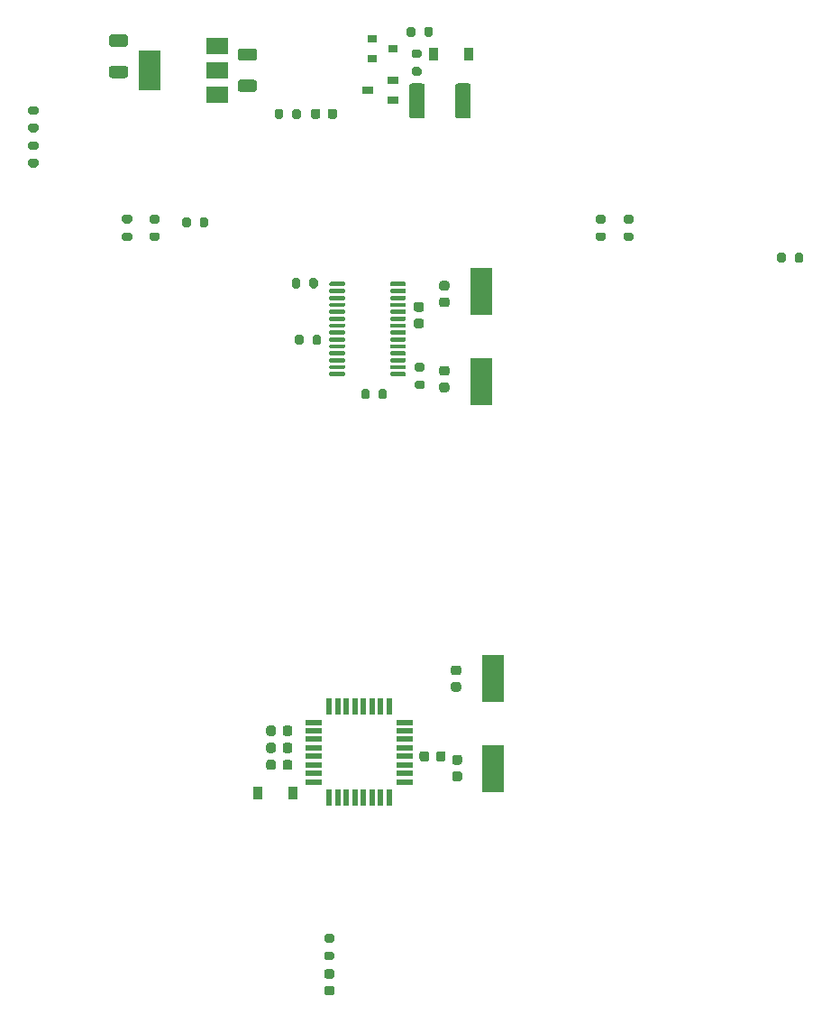
<source format=gtp>
%TF.GenerationSoftware,KiCad,Pcbnew,5.1.10*%
%TF.CreationDate,2021-11-27T19:11:29+01:00*%
%TF.ProjectId,main_pcb,6d61696e-5f70-4636-922e-6b696361645f,rev?*%
%TF.SameCoordinates,PX8f0d180PY5f5e100*%
%TF.FileFunction,Paste,Top*%
%TF.FilePolarity,Positive*%
%FSLAX46Y46*%
G04 Gerber Fmt 4.6, Leading zero omitted, Abs format (unit mm)*
G04 Created by KiCad (PCBNEW 5.1.10) date 2021-11-27 19:11:29*
%MOMM*%
%LPD*%
G01*
G04 APERTURE LIST*
%ADD10R,0.900000X1.200000*%
%ADD11R,1.000000X0.700000*%
%ADD12R,2.000000X4.500000*%
%ADD13R,2.000000X1.500000*%
%ADD14R,2.000000X3.800000*%
%ADD15R,0.550000X1.600000*%
%ADD16R,1.600000X0.550000*%
%ADD17R,0.900000X0.800000*%
G04 APERTURE END LIST*
D10*
%TO.C,D4*%
X-6050000Y-26500000D03*
X-9350000Y-26500000D03*
%TD*%
D11*
%TO.C,Q2*%
X1000000Y39400000D03*
X3400000Y40350000D03*
X3400000Y38450000D03*
%TD*%
%TO.C,R4*%
G36*
G01*
X-21325000Y26925000D02*
X-21875000Y26925000D01*
G75*
G02*
X-22075000Y27125000I0J200000D01*
G01*
X-22075000Y27525000D01*
G75*
G02*
X-21875000Y27725000I200000J0D01*
G01*
X-21325000Y27725000D01*
G75*
G02*
X-21125000Y27525000I0J-200000D01*
G01*
X-21125000Y27125000D01*
G75*
G02*
X-21325000Y26925000I-200000J0D01*
G01*
G37*
G36*
G01*
X-21325000Y25275000D02*
X-21875000Y25275000D01*
G75*
G02*
X-22075000Y25475000I0J200000D01*
G01*
X-22075000Y25875000D01*
G75*
G02*
X-21875000Y26075000I200000J0D01*
G01*
X-21325000Y26075000D01*
G75*
G02*
X-21125000Y25875000I0J-200000D01*
G01*
X-21125000Y25475000D01*
G75*
G02*
X-21325000Y25275000I-200000J0D01*
G01*
G37*
%TD*%
%TO.C,R3*%
G36*
G01*
X-18725000Y26925000D02*
X-19275000Y26925000D01*
G75*
G02*
X-19475000Y27125000I0J200000D01*
G01*
X-19475000Y27525000D01*
G75*
G02*
X-19275000Y27725000I200000J0D01*
G01*
X-18725000Y27725000D01*
G75*
G02*
X-18525000Y27525000I0J-200000D01*
G01*
X-18525000Y27125000D01*
G75*
G02*
X-18725000Y26925000I-200000J0D01*
G01*
G37*
G36*
G01*
X-18725000Y25275000D02*
X-19275000Y25275000D01*
G75*
G02*
X-19475000Y25475000I0J200000D01*
G01*
X-19475000Y25875000D01*
G75*
G02*
X-19275000Y26075000I200000J0D01*
G01*
X-18725000Y26075000D01*
G75*
G02*
X-18525000Y25875000I0J-200000D01*
G01*
X-18525000Y25475000D01*
G75*
G02*
X-18725000Y25275000I-200000J0D01*
G01*
G37*
%TD*%
%TO.C,C15*%
G36*
G01*
X-21749999Y43500000D02*
X-23050001Y43500000D01*
G75*
G02*
X-23300000Y43749999I0J249999D01*
G01*
X-23300000Y44400001D01*
G75*
G02*
X-23050001Y44650000I249999J0D01*
G01*
X-21749999Y44650000D01*
G75*
G02*
X-21500000Y44400001I0J-249999D01*
G01*
X-21500000Y43749999D01*
G75*
G02*
X-21749999Y43500000I-249999J0D01*
G01*
G37*
G36*
G01*
X-21749999Y40550000D02*
X-23050001Y40550000D01*
G75*
G02*
X-23300000Y40799999I0J249999D01*
G01*
X-23300000Y41450001D01*
G75*
G02*
X-23050001Y41700000I249999J0D01*
G01*
X-21749999Y41700000D01*
G75*
G02*
X-21500000Y41450001I0J-249999D01*
G01*
X-21500000Y40799999D01*
G75*
G02*
X-21749999Y40550000I-249999J0D01*
G01*
G37*
%TD*%
%TO.C,C14*%
G36*
G01*
X-10950001Y40400000D02*
X-9649999Y40400000D01*
G75*
G02*
X-9400000Y40150001I0J-249999D01*
G01*
X-9400000Y39499999D01*
G75*
G02*
X-9649999Y39250000I-249999J0D01*
G01*
X-10950001Y39250000D01*
G75*
G02*
X-11200000Y39499999I0J249999D01*
G01*
X-11200000Y40150001D01*
G75*
G02*
X-10950001Y40400000I249999J0D01*
G01*
G37*
G36*
G01*
X-10950001Y43350000D02*
X-9649999Y43350000D01*
G75*
G02*
X-9400000Y43100001I0J-249999D01*
G01*
X-9400000Y42449999D01*
G75*
G02*
X-9649999Y42200000I-249999J0D01*
G01*
X-10950001Y42200000D01*
G75*
G02*
X-11200000Y42449999I0J249999D01*
G01*
X-11200000Y43100001D01*
G75*
G02*
X-10950001Y43350000I249999J0D01*
G01*
G37*
%TD*%
D12*
%TO.C,Y2*%
X12800000Y-15750000D03*
X12800000Y-24250000D03*
%TD*%
%TO.C,Y1*%
X11700000Y20550000D03*
X11700000Y12050000D03*
%TD*%
D13*
%TO.C,U4*%
X-13150000Y39000000D03*
X-13150000Y43600000D03*
X-13150000Y41300000D03*
D14*
X-19450000Y41300000D03*
%TD*%
D15*
%TO.C,U3*%
X3000000Y-26950000D03*
X2200000Y-26950000D03*
X1400000Y-26950000D03*
X600000Y-26950000D03*
X-200000Y-26950000D03*
X-1000000Y-26950000D03*
X-1800000Y-26950000D03*
X-2600000Y-26950000D03*
D16*
X-4050000Y-25500000D03*
X-4050000Y-24700000D03*
X-4050000Y-23900000D03*
X-4050000Y-23100000D03*
X-4050000Y-22300000D03*
X-4050000Y-21500000D03*
X-4050000Y-20700000D03*
X-4050000Y-19900000D03*
D15*
X-2600000Y-18450000D03*
X-1800000Y-18450000D03*
X-1000000Y-18450000D03*
X-200000Y-18450000D03*
X600000Y-18450000D03*
X1400000Y-18450000D03*
X2200000Y-18450000D03*
X3000000Y-18450000D03*
D16*
X4450000Y-19900000D03*
X4450000Y-20700000D03*
X4450000Y-21500000D03*
X4450000Y-22300000D03*
X4450000Y-23100000D03*
X4450000Y-23900000D03*
X4450000Y-24700000D03*
X4450000Y-25500000D03*
%TD*%
%TO.C,U1*%
G36*
G01*
X-1125000Y12875000D02*
X-1125000Y12675000D01*
G75*
G02*
X-1225000Y12575000I-100000J0D01*
G01*
X-2500000Y12575000D01*
G75*
G02*
X-2600000Y12675000I0J100000D01*
G01*
X-2600000Y12875000D01*
G75*
G02*
X-2500000Y12975000I100000J0D01*
G01*
X-1225000Y12975000D01*
G75*
G02*
X-1125000Y12875000I0J-100000D01*
G01*
G37*
G36*
G01*
X-1125000Y13525000D02*
X-1125000Y13325000D01*
G75*
G02*
X-1225000Y13225000I-100000J0D01*
G01*
X-2500000Y13225000D01*
G75*
G02*
X-2600000Y13325000I0J100000D01*
G01*
X-2600000Y13525000D01*
G75*
G02*
X-2500000Y13625000I100000J0D01*
G01*
X-1225000Y13625000D01*
G75*
G02*
X-1125000Y13525000I0J-100000D01*
G01*
G37*
G36*
G01*
X-1125000Y14175000D02*
X-1125000Y13975000D01*
G75*
G02*
X-1225000Y13875000I-100000J0D01*
G01*
X-2500000Y13875000D01*
G75*
G02*
X-2600000Y13975000I0J100000D01*
G01*
X-2600000Y14175000D01*
G75*
G02*
X-2500000Y14275000I100000J0D01*
G01*
X-1225000Y14275000D01*
G75*
G02*
X-1125000Y14175000I0J-100000D01*
G01*
G37*
G36*
G01*
X-1125000Y14825000D02*
X-1125000Y14625000D01*
G75*
G02*
X-1225000Y14525000I-100000J0D01*
G01*
X-2500000Y14525000D01*
G75*
G02*
X-2600000Y14625000I0J100000D01*
G01*
X-2600000Y14825000D01*
G75*
G02*
X-2500000Y14925000I100000J0D01*
G01*
X-1225000Y14925000D01*
G75*
G02*
X-1125000Y14825000I0J-100000D01*
G01*
G37*
G36*
G01*
X-1125000Y15475000D02*
X-1125000Y15275000D01*
G75*
G02*
X-1225000Y15175000I-100000J0D01*
G01*
X-2500000Y15175000D01*
G75*
G02*
X-2600000Y15275000I0J100000D01*
G01*
X-2600000Y15475000D01*
G75*
G02*
X-2500000Y15575000I100000J0D01*
G01*
X-1225000Y15575000D01*
G75*
G02*
X-1125000Y15475000I0J-100000D01*
G01*
G37*
G36*
G01*
X-1125000Y16125000D02*
X-1125000Y15925000D01*
G75*
G02*
X-1225000Y15825000I-100000J0D01*
G01*
X-2500000Y15825000D01*
G75*
G02*
X-2600000Y15925000I0J100000D01*
G01*
X-2600000Y16125000D01*
G75*
G02*
X-2500000Y16225000I100000J0D01*
G01*
X-1225000Y16225000D01*
G75*
G02*
X-1125000Y16125000I0J-100000D01*
G01*
G37*
G36*
G01*
X-1125000Y16775000D02*
X-1125000Y16575000D01*
G75*
G02*
X-1225000Y16475000I-100000J0D01*
G01*
X-2500000Y16475000D01*
G75*
G02*
X-2600000Y16575000I0J100000D01*
G01*
X-2600000Y16775000D01*
G75*
G02*
X-2500000Y16875000I100000J0D01*
G01*
X-1225000Y16875000D01*
G75*
G02*
X-1125000Y16775000I0J-100000D01*
G01*
G37*
G36*
G01*
X-1125000Y17425000D02*
X-1125000Y17225000D01*
G75*
G02*
X-1225000Y17125000I-100000J0D01*
G01*
X-2500000Y17125000D01*
G75*
G02*
X-2600000Y17225000I0J100000D01*
G01*
X-2600000Y17425000D01*
G75*
G02*
X-2500000Y17525000I100000J0D01*
G01*
X-1225000Y17525000D01*
G75*
G02*
X-1125000Y17425000I0J-100000D01*
G01*
G37*
G36*
G01*
X-1125000Y18075000D02*
X-1125000Y17875000D01*
G75*
G02*
X-1225000Y17775000I-100000J0D01*
G01*
X-2500000Y17775000D01*
G75*
G02*
X-2600000Y17875000I0J100000D01*
G01*
X-2600000Y18075000D01*
G75*
G02*
X-2500000Y18175000I100000J0D01*
G01*
X-1225000Y18175000D01*
G75*
G02*
X-1125000Y18075000I0J-100000D01*
G01*
G37*
G36*
G01*
X-1125000Y18725000D02*
X-1125000Y18525000D01*
G75*
G02*
X-1225000Y18425000I-100000J0D01*
G01*
X-2500000Y18425000D01*
G75*
G02*
X-2600000Y18525000I0J100000D01*
G01*
X-2600000Y18725000D01*
G75*
G02*
X-2500000Y18825000I100000J0D01*
G01*
X-1225000Y18825000D01*
G75*
G02*
X-1125000Y18725000I0J-100000D01*
G01*
G37*
G36*
G01*
X-1125000Y19375000D02*
X-1125000Y19175000D01*
G75*
G02*
X-1225000Y19075000I-100000J0D01*
G01*
X-2500000Y19075000D01*
G75*
G02*
X-2600000Y19175000I0J100000D01*
G01*
X-2600000Y19375000D01*
G75*
G02*
X-2500000Y19475000I100000J0D01*
G01*
X-1225000Y19475000D01*
G75*
G02*
X-1125000Y19375000I0J-100000D01*
G01*
G37*
G36*
G01*
X-1125000Y20025000D02*
X-1125000Y19825000D01*
G75*
G02*
X-1225000Y19725000I-100000J0D01*
G01*
X-2500000Y19725000D01*
G75*
G02*
X-2600000Y19825000I0J100000D01*
G01*
X-2600000Y20025000D01*
G75*
G02*
X-2500000Y20125000I100000J0D01*
G01*
X-1225000Y20125000D01*
G75*
G02*
X-1125000Y20025000I0J-100000D01*
G01*
G37*
G36*
G01*
X-1125000Y20675000D02*
X-1125000Y20475000D01*
G75*
G02*
X-1225000Y20375000I-100000J0D01*
G01*
X-2500000Y20375000D01*
G75*
G02*
X-2600000Y20475000I0J100000D01*
G01*
X-2600000Y20675000D01*
G75*
G02*
X-2500000Y20775000I100000J0D01*
G01*
X-1225000Y20775000D01*
G75*
G02*
X-1125000Y20675000I0J-100000D01*
G01*
G37*
G36*
G01*
X-1125000Y21325000D02*
X-1125000Y21125000D01*
G75*
G02*
X-1225000Y21025000I-100000J0D01*
G01*
X-2500000Y21025000D01*
G75*
G02*
X-2600000Y21125000I0J100000D01*
G01*
X-2600000Y21325000D01*
G75*
G02*
X-2500000Y21425000I100000J0D01*
G01*
X-1225000Y21425000D01*
G75*
G02*
X-1125000Y21325000I0J-100000D01*
G01*
G37*
G36*
G01*
X4600000Y21325000D02*
X4600000Y21125000D01*
G75*
G02*
X4500000Y21025000I-100000J0D01*
G01*
X3225000Y21025000D01*
G75*
G02*
X3125000Y21125000I0J100000D01*
G01*
X3125000Y21325000D01*
G75*
G02*
X3225000Y21425000I100000J0D01*
G01*
X4500000Y21425000D01*
G75*
G02*
X4600000Y21325000I0J-100000D01*
G01*
G37*
G36*
G01*
X4600000Y20675000D02*
X4600000Y20475000D01*
G75*
G02*
X4500000Y20375000I-100000J0D01*
G01*
X3225000Y20375000D01*
G75*
G02*
X3125000Y20475000I0J100000D01*
G01*
X3125000Y20675000D01*
G75*
G02*
X3225000Y20775000I100000J0D01*
G01*
X4500000Y20775000D01*
G75*
G02*
X4600000Y20675000I0J-100000D01*
G01*
G37*
G36*
G01*
X4600000Y20025000D02*
X4600000Y19825000D01*
G75*
G02*
X4500000Y19725000I-100000J0D01*
G01*
X3225000Y19725000D01*
G75*
G02*
X3125000Y19825000I0J100000D01*
G01*
X3125000Y20025000D01*
G75*
G02*
X3225000Y20125000I100000J0D01*
G01*
X4500000Y20125000D01*
G75*
G02*
X4600000Y20025000I0J-100000D01*
G01*
G37*
G36*
G01*
X4600000Y19375000D02*
X4600000Y19175000D01*
G75*
G02*
X4500000Y19075000I-100000J0D01*
G01*
X3225000Y19075000D01*
G75*
G02*
X3125000Y19175000I0J100000D01*
G01*
X3125000Y19375000D01*
G75*
G02*
X3225000Y19475000I100000J0D01*
G01*
X4500000Y19475000D01*
G75*
G02*
X4600000Y19375000I0J-100000D01*
G01*
G37*
G36*
G01*
X4600000Y18725000D02*
X4600000Y18525000D01*
G75*
G02*
X4500000Y18425000I-100000J0D01*
G01*
X3225000Y18425000D01*
G75*
G02*
X3125000Y18525000I0J100000D01*
G01*
X3125000Y18725000D01*
G75*
G02*
X3225000Y18825000I100000J0D01*
G01*
X4500000Y18825000D01*
G75*
G02*
X4600000Y18725000I0J-100000D01*
G01*
G37*
G36*
G01*
X4600000Y18075000D02*
X4600000Y17875000D01*
G75*
G02*
X4500000Y17775000I-100000J0D01*
G01*
X3225000Y17775000D01*
G75*
G02*
X3125000Y17875000I0J100000D01*
G01*
X3125000Y18075000D01*
G75*
G02*
X3225000Y18175000I100000J0D01*
G01*
X4500000Y18175000D01*
G75*
G02*
X4600000Y18075000I0J-100000D01*
G01*
G37*
G36*
G01*
X4600000Y17425000D02*
X4600000Y17225000D01*
G75*
G02*
X4500000Y17125000I-100000J0D01*
G01*
X3225000Y17125000D01*
G75*
G02*
X3125000Y17225000I0J100000D01*
G01*
X3125000Y17425000D01*
G75*
G02*
X3225000Y17525000I100000J0D01*
G01*
X4500000Y17525000D01*
G75*
G02*
X4600000Y17425000I0J-100000D01*
G01*
G37*
G36*
G01*
X4600000Y16775000D02*
X4600000Y16575000D01*
G75*
G02*
X4500000Y16475000I-100000J0D01*
G01*
X3225000Y16475000D01*
G75*
G02*
X3125000Y16575000I0J100000D01*
G01*
X3125000Y16775000D01*
G75*
G02*
X3225000Y16875000I100000J0D01*
G01*
X4500000Y16875000D01*
G75*
G02*
X4600000Y16775000I0J-100000D01*
G01*
G37*
G36*
G01*
X4600000Y16125000D02*
X4600000Y15925000D01*
G75*
G02*
X4500000Y15825000I-100000J0D01*
G01*
X3225000Y15825000D01*
G75*
G02*
X3125000Y15925000I0J100000D01*
G01*
X3125000Y16125000D01*
G75*
G02*
X3225000Y16225000I100000J0D01*
G01*
X4500000Y16225000D01*
G75*
G02*
X4600000Y16125000I0J-100000D01*
G01*
G37*
G36*
G01*
X4600000Y15475000D02*
X4600000Y15275000D01*
G75*
G02*
X4500000Y15175000I-100000J0D01*
G01*
X3225000Y15175000D01*
G75*
G02*
X3125000Y15275000I0J100000D01*
G01*
X3125000Y15475000D01*
G75*
G02*
X3225000Y15575000I100000J0D01*
G01*
X4500000Y15575000D01*
G75*
G02*
X4600000Y15475000I0J-100000D01*
G01*
G37*
G36*
G01*
X4600000Y14825000D02*
X4600000Y14625000D01*
G75*
G02*
X4500000Y14525000I-100000J0D01*
G01*
X3225000Y14525000D01*
G75*
G02*
X3125000Y14625000I0J100000D01*
G01*
X3125000Y14825000D01*
G75*
G02*
X3225000Y14925000I100000J0D01*
G01*
X4500000Y14925000D01*
G75*
G02*
X4600000Y14825000I0J-100000D01*
G01*
G37*
G36*
G01*
X4600000Y14175000D02*
X4600000Y13975000D01*
G75*
G02*
X4500000Y13875000I-100000J0D01*
G01*
X3225000Y13875000D01*
G75*
G02*
X3125000Y13975000I0J100000D01*
G01*
X3125000Y14175000D01*
G75*
G02*
X3225000Y14275000I100000J0D01*
G01*
X4500000Y14275000D01*
G75*
G02*
X4600000Y14175000I0J-100000D01*
G01*
G37*
G36*
G01*
X4600000Y13525000D02*
X4600000Y13325000D01*
G75*
G02*
X4500000Y13225000I-100000J0D01*
G01*
X3225000Y13225000D01*
G75*
G02*
X3125000Y13325000I0J100000D01*
G01*
X3125000Y13525000D01*
G75*
G02*
X3225000Y13625000I100000J0D01*
G01*
X4500000Y13625000D01*
G75*
G02*
X4600000Y13525000I0J-100000D01*
G01*
G37*
G36*
G01*
X4600000Y12875000D02*
X4600000Y12675000D01*
G75*
G02*
X4500000Y12575000I-100000J0D01*
G01*
X3225000Y12575000D01*
G75*
G02*
X3125000Y12675000I0J100000D01*
G01*
X3125000Y12875000D01*
G75*
G02*
X3225000Y12975000I100000J0D01*
G01*
X4500000Y12975000D01*
G75*
G02*
X4600000Y12875000I0J-100000D01*
G01*
G37*
%TD*%
%TO.C,R19*%
G36*
G01*
X-2875000Y-41425000D02*
X-2325000Y-41425000D01*
G75*
G02*
X-2125000Y-41625000I0J-200000D01*
G01*
X-2125000Y-42025000D01*
G75*
G02*
X-2325000Y-42225000I-200000J0D01*
G01*
X-2875000Y-42225000D01*
G75*
G02*
X-3075000Y-42025000I0J200000D01*
G01*
X-3075000Y-41625000D01*
G75*
G02*
X-2875000Y-41425000I200000J0D01*
G01*
G37*
G36*
G01*
X-2875000Y-39775000D02*
X-2325000Y-39775000D01*
G75*
G02*
X-2125000Y-39975000I0J-200000D01*
G01*
X-2125000Y-40375000D01*
G75*
G02*
X-2325000Y-40575000I-200000J0D01*
G01*
X-2875000Y-40575000D01*
G75*
G02*
X-3075000Y-40375000I0J200000D01*
G01*
X-3075000Y-39975000D01*
G75*
G02*
X-2875000Y-39775000I200000J0D01*
G01*
G37*
%TD*%
%TO.C,R18*%
G36*
G01*
X41125000Y23425000D02*
X41125000Y23975000D01*
G75*
G02*
X41325000Y24175000I200000J0D01*
G01*
X41725000Y24175000D01*
G75*
G02*
X41925000Y23975000I0J-200000D01*
G01*
X41925000Y23425000D01*
G75*
G02*
X41725000Y23225000I-200000J0D01*
G01*
X41325000Y23225000D01*
G75*
G02*
X41125000Y23425000I0J200000D01*
G01*
G37*
G36*
G01*
X39475000Y23425000D02*
X39475000Y23975000D01*
G75*
G02*
X39675000Y24175000I200000J0D01*
G01*
X40075000Y24175000D01*
G75*
G02*
X40275000Y23975000I0J-200000D01*
G01*
X40275000Y23425000D01*
G75*
G02*
X40075000Y23225000I-200000J0D01*
G01*
X39675000Y23225000D01*
G75*
G02*
X39475000Y23425000I0J200000D01*
G01*
G37*
%TD*%
%TO.C,R15*%
G36*
G01*
X-5025000Y16275000D02*
X-5025000Y15725000D01*
G75*
G02*
X-5225000Y15525000I-200000J0D01*
G01*
X-5625000Y15525000D01*
G75*
G02*
X-5825000Y15725000I0J200000D01*
G01*
X-5825000Y16275000D01*
G75*
G02*
X-5625000Y16475000I200000J0D01*
G01*
X-5225000Y16475000D01*
G75*
G02*
X-5025000Y16275000I0J-200000D01*
G01*
G37*
G36*
G01*
X-3375000Y16275000D02*
X-3375000Y15725000D01*
G75*
G02*
X-3575000Y15525000I-200000J0D01*
G01*
X-3975000Y15525000D01*
G75*
G02*
X-4175000Y15725000I0J200000D01*
G01*
X-4175000Y16275000D01*
G75*
G02*
X-3975000Y16475000I200000J0D01*
G01*
X-3575000Y16475000D01*
G75*
G02*
X-3375000Y16275000I0J-200000D01*
G01*
G37*
%TD*%
%TO.C,R14*%
G36*
G01*
X5625000Y12175000D02*
X6175000Y12175000D01*
G75*
G02*
X6375000Y11975000I0J-200000D01*
G01*
X6375000Y11575000D01*
G75*
G02*
X6175000Y11375000I-200000J0D01*
G01*
X5625000Y11375000D01*
G75*
G02*
X5425000Y11575000I0J200000D01*
G01*
X5425000Y11975000D01*
G75*
G02*
X5625000Y12175000I200000J0D01*
G01*
G37*
G36*
G01*
X5625000Y13825000D02*
X6175000Y13825000D01*
G75*
G02*
X6375000Y13625000I0J-200000D01*
G01*
X6375000Y13225000D01*
G75*
G02*
X6175000Y13025000I-200000J0D01*
G01*
X5625000Y13025000D01*
G75*
G02*
X5425000Y13225000I0J200000D01*
G01*
X5425000Y13625000D01*
G75*
G02*
X5625000Y13825000I200000J0D01*
G01*
G37*
%TD*%
%TO.C,R13*%
G36*
G01*
X2025000Y10625000D02*
X2025000Y11175000D01*
G75*
G02*
X2225000Y11375000I200000J0D01*
G01*
X2625000Y11375000D01*
G75*
G02*
X2825000Y11175000I0J-200000D01*
G01*
X2825000Y10625000D01*
G75*
G02*
X2625000Y10425000I-200000J0D01*
G01*
X2225000Y10425000D01*
G75*
G02*
X2025000Y10625000I0J200000D01*
G01*
G37*
G36*
G01*
X375000Y10625000D02*
X375000Y11175000D01*
G75*
G02*
X575000Y11375000I200000J0D01*
G01*
X975000Y11375000D01*
G75*
G02*
X1175000Y11175000I0J-200000D01*
G01*
X1175000Y10625000D01*
G75*
G02*
X975000Y10425000I-200000J0D01*
G01*
X575000Y10425000D01*
G75*
G02*
X375000Y10625000I0J200000D01*
G01*
G37*
%TD*%
%TO.C,R12*%
G36*
G01*
X-5325000Y21575000D02*
X-5325000Y21025000D01*
G75*
G02*
X-5525000Y20825000I-200000J0D01*
G01*
X-5925000Y20825000D01*
G75*
G02*
X-6125000Y21025000I0J200000D01*
G01*
X-6125000Y21575000D01*
G75*
G02*
X-5925000Y21775000I200000J0D01*
G01*
X-5525000Y21775000D01*
G75*
G02*
X-5325000Y21575000I0J-200000D01*
G01*
G37*
G36*
G01*
X-3675000Y21575000D02*
X-3675000Y21025000D01*
G75*
G02*
X-3875000Y20825000I-200000J0D01*
G01*
X-4275000Y20825000D01*
G75*
G02*
X-4475000Y21025000I0J200000D01*
G01*
X-4475000Y21575000D01*
G75*
G02*
X-4275000Y21775000I200000J0D01*
G01*
X-3875000Y21775000D01*
G75*
G02*
X-3675000Y21575000I0J-200000D01*
G01*
G37*
%TD*%
%TO.C,R11*%
G36*
G01*
X-30675000Y32975000D02*
X-30125000Y32975000D01*
G75*
G02*
X-29925000Y32775000I0J-200000D01*
G01*
X-29925000Y32375000D01*
G75*
G02*
X-30125000Y32175000I-200000J0D01*
G01*
X-30675000Y32175000D01*
G75*
G02*
X-30875000Y32375000I0J200000D01*
G01*
X-30875000Y32775000D01*
G75*
G02*
X-30675000Y32975000I200000J0D01*
G01*
G37*
G36*
G01*
X-30675000Y34625000D02*
X-30125000Y34625000D01*
G75*
G02*
X-29925000Y34425000I0J-200000D01*
G01*
X-29925000Y34025000D01*
G75*
G02*
X-30125000Y33825000I-200000J0D01*
G01*
X-30675000Y33825000D01*
G75*
G02*
X-30875000Y34025000I0J200000D01*
G01*
X-30875000Y34425000D01*
G75*
G02*
X-30675000Y34625000I200000J0D01*
G01*
G37*
%TD*%
%TO.C,R10*%
G36*
G01*
X-30675000Y36275000D02*
X-30125000Y36275000D01*
G75*
G02*
X-29925000Y36075000I0J-200000D01*
G01*
X-29925000Y35675000D01*
G75*
G02*
X-30125000Y35475000I-200000J0D01*
G01*
X-30675000Y35475000D01*
G75*
G02*
X-30875000Y35675000I0J200000D01*
G01*
X-30875000Y36075000D01*
G75*
G02*
X-30675000Y36275000I200000J0D01*
G01*
G37*
G36*
G01*
X-30675000Y37925000D02*
X-30125000Y37925000D01*
G75*
G02*
X-29925000Y37725000I0J-200000D01*
G01*
X-29925000Y37325000D01*
G75*
G02*
X-30125000Y37125000I-200000J0D01*
G01*
X-30675000Y37125000D01*
G75*
G02*
X-30875000Y37325000I0J200000D01*
G01*
X-30875000Y37725000D01*
G75*
G02*
X-30675000Y37925000I200000J0D01*
G01*
G37*
%TD*%
%TO.C,R9*%
G36*
G01*
X6325000Y44625000D02*
X6325000Y45175000D01*
G75*
G02*
X6525000Y45375000I200000J0D01*
G01*
X6925000Y45375000D01*
G75*
G02*
X7125000Y45175000I0J-200000D01*
G01*
X7125000Y44625000D01*
G75*
G02*
X6925000Y44425000I-200000J0D01*
G01*
X6525000Y44425000D01*
G75*
G02*
X6325000Y44625000I0J200000D01*
G01*
G37*
G36*
G01*
X4675000Y44625000D02*
X4675000Y45175000D01*
G75*
G02*
X4875000Y45375000I200000J0D01*
G01*
X5275000Y45375000D01*
G75*
G02*
X5475000Y45175000I0J-200000D01*
G01*
X5475000Y44625000D01*
G75*
G02*
X5275000Y44425000I-200000J0D01*
G01*
X4875000Y44425000D01*
G75*
G02*
X4675000Y44625000I0J200000D01*
G01*
G37*
%TD*%
%TO.C,R8*%
G36*
G01*
X25225000Y26075000D02*
X25775000Y26075000D01*
G75*
G02*
X25975000Y25875000I0J-200000D01*
G01*
X25975000Y25475000D01*
G75*
G02*
X25775000Y25275000I-200000J0D01*
G01*
X25225000Y25275000D01*
G75*
G02*
X25025000Y25475000I0J200000D01*
G01*
X25025000Y25875000D01*
G75*
G02*
X25225000Y26075000I200000J0D01*
G01*
G37*
G36*
G01*
X25225000Y27725000D02*
X25775000Y27725000D01*
G75*
G02*
X25975000Y27525000I0J-200000D01*
G01*
X25975000Y27125000D01*
G75*
G02*
X25775000Y26925000I-200000J0D01*
G01*
X25225000Y26925000D01*
G75*
G02*
X25025000Y27125000I0J200000D01*
G01*
X25025000Y27525000D01*
G75*
G02*
X25225000Y27725000I200000J0D01*
G01*
G37*
%TD*%
%TO.C,R7*%
G36*
G01*
X22625000Y26075000D02*
X23175000Y26075000D01*
G75*
G02*
X23375000Y25875000I0J-200000D01*
G01*
X23375000Y25475000D01*
G75*
G02*
X23175000Y25275000I-200000J0D01*
G01*
X22625000Y25275000D01*
G75*
G02*
X22425000Y25475000I0J200000D01*
G01*
X22425000Y25875000D01*
G75*
G02*
X22625000Y26075000I200000J0D01*
G01*
G37*
G36*
G01*
X22625000Y27725000D02*
X23175000Y27725000D01*
G75*
G02*
X23375000Y27525000I0J-200000D01*
G01*
X23375000Y27125000D01*
G75*
G02*
X23175000Y26925000I-200000J0D01*
G01*
X22625000Y26925000D01*
G75*
G02*
X22425000Y27125000I0J200000D01*
G01*
X22425000Y27525000D01*
G75*
G02*
X22625000Y27725000I200000J0D01*
G01*
G37*
%TD*%
%TO.C,R6*%
G36*
G01*
X5875000Y42425000D02*
X5325000Y42425000D01*
G75*
G02*
X5125000Y42625000I0J200000D01*
G01*
X5125000Y43025000D01*
G75*
G02*
X5325000Y43225000I200000J0D01*
G01*
X5875000Y43225000D01*
G75*
G02*
X6075000Y43025000I0J-200000D01*
G01*
X6075000Y42625000D01*
G75*
G02*
X5875000Y42425000I-200000J0D01*
G01*
G37*
G36*
G01*
X5875000Y40775000D02*
X5325000Y40775000D01*
G75*
G02*
X5125000Y40975000I0J200000D01*
G01*
X5125000Y41375000D01*
G75*
G02*
X5325000Y41575000I200000J0D01*
G01*
X5875000Y41575000D01*
G75*
G02*
X6075000Y41375000I0J-200000D01*
G01*
X6075000Y40975000D01*
G75*
G02*
X5875000Y40775000I-200000J0D01*
G01*
G37*
%TD*%
%TO.C,R2*%
G36*
G01*
X-15625000Y27275000D02*
X-15625000Y26725000D01*
G75*
G02*
X-15825000Y26525000I-200000J0D01*
G01*
X-16225000Y26525000D01*
G75*
G02*
X-16425000Y26725000I0J200000D01*
G01*
X-16425000Y27275000D01*
G75*
G02*
X-16225000Y27475000I200000J0D01*
G01*
X-15825000Y27475000D01*
G75*
G02*
X-15625000Y27275000I0J-200000D01*
G01*
G37*
G36*
G01*
X-13975000Y27275000D02*
X-13975000Y26725000D01*
G75*
G02*
X-14175000Y26525000I-200000J0D01*
G01*
X-14575000Y26525000D01*
G75*
G02*
X-14775000Y26725000I0J200000D01*
G01*
X-14775000Y27275000D01*
G75*
G02*
X-14575000Y27475000I200000J0D01*
G01*
X-14175000Y27475000D01*
G75*
G02*
X-13975000Y27275000I0J-200000D01*
G01*
G37*
%TD*%
%TO.C,R1*%
G36*
G01*
X-6075000Y36925000D02*
X-6075000Y37475000D01*
G75*
G02*
X-5875000Y37675000I200000J0D01*
G01*
X-5475000Y37675000D01*
G75*
G02*
X-5275000Y37475000I0J-200000D01*
G01*
X-5275000Y36925000D01*
G75*
G02*
X-5475000Y36725000I-200000J0D01*
G01*
X-5875000Y36725000D01*
G75*
G02*
X-6075000Y36925000I0J200000D01*
G01*
G37*
G36*
G01*
X-7725000Y36925000D02*
X-7725000Y37475000D01*
G75*
G02*
X-7525000Y37675000I200000J0D01*
G01*
X-7125000Y37675000D01*
G75*
G02*
X-6925000Y37475000I0J-200000D01*
G01*
X-6925000Y36925000D01*
G75*
G02*
X-7125000Y36725000I-200000J0D01*
G01*
X-7525000Y36725000D01*
G75*
G02*
X-7725000Y36925000I0J200000D01*
G01*
G37*
%TD*%
D17*
%TO.C,Q1*%
X3400000Y43300000D03*
X1400000Y42350000D03*
X1400000Y44250000D03*
%TD*%
%TO.C,F1*%
G36*
G01*
X9225000Y37000000D02*
X9225000Y39800000D01*
G75*
G02*
X9475000Y40050000I250000J0D01*
G01*
X10450000Y40050000D01*
G75*
G02*
X10700000Y39800000I0J-250000D01*
G01*
X10700000Y37000000D01*
G75*
G02*
X10450000Y36750000I-250000J0D01*
G01*
X9475000Y36750000D01*
G75*
G02*
X9225000Y37000000I0J250000D01*
G01*
G37*
G36*
G01*
X4900000Y37000000D02*
X4900000Y39800000D01*
G75*
G02*
X5150000Y40050000I250000J0D01*
G01*
X6125000Y40050000D01*
G75*
G02*
X6375000Y39800000I0J-250000D01*
G01*
X6375000Y37000000D01*
G75*
G02*
X6125000Y36750000I-250000J0D01*
G01*
X5150000Y36750000D01*
G75*
G02*
X4900000Y37000000I0J250000D01*
G01*
G37*
%TD*%
%TO.C,D3*%
G36*
G01*
X-2343750Y-43950000D02*
X-2856250Y-43950000D01*
G75*
G02*
X-3075000Y-43731250I0J218750D01*
G01*
X-3075000Y-43293750D01*
G75*
G02*
X-2856250Y-43075000I218750J0D01*
G01*
X-2343750Y-43075000D01*
G75*
G02*
X-2125000Y-43293750I0J-218750D01*
G01*
X-2125000Y-43731250D01*
G75*
G02*
X-2343750Y-43950000I-218750J0D01*
G01*
G37*
G36*
G01*
X-2343750Y-45525000D02*
X-2856250Y-45525000D01*
G75*
G02*
X-3075000Y-45306250I0J218750D01*
G01*
X-3075000Y-44868750D01*
G75*
G02*
X-2856250Y-44650000I218750J0D01*
G01*
X-2343750Y-44650000D01*
G75*
G02*
X-2125000Y-44868750I0J-218750D01*
G01*
X-2125000Y-45306250D01*
G75*
G02*
X-2343750Y-45525000I-218750J0D01*
G01*
G37*
%TD*%
D10*
%TO.C,D2*%
X7150000Y42800000D03*
X10450000Y42800000D03*
%TD*%
%TO.C,D1*%
G36*
G01*
X-3450000Y37456250D02*
X-3450000Y36943750D01*
G75*
G02*
X-3668750Y36725000I-218750J0D01*
G01*
X-4106250Y36725000D01*
G75*
G02*
X-4325000Y36943750I0J218750D01*
G01*
X-4325000Y37456250D01*
G75*
G02*
X-4106250Y37675000I218750J0D01*
G01*
X-3668750Y37675000D01*
G75*
G02*
X-3450000Y37456250I0J-218750D01*
G01*
G37*
G36*
G01*
X-1875000Y37456250D02*
X-1875000Y36943750D01*
G75*
G02*
X-2093750Y36725000I-218750J0D01*
G01*
X-2531250Y36725000D01*
G75*
G02*
X-2750000Y36943750I0J218750D01*
G01*
X-2750000Y37456250D01*
G75*
G02*
X-2531250Y37675000I218750J0D01*
G01*
X-2093750Y37675000D01*
G75*
G02*
X-1875000Y37456250I0J-218750D01*
G01*
G37*
%TD*%
%TO.C,C13*%
G36*
G01*
X9050000Y-16125000D02*
X9550000Y-16125000D01*
G75*
G02*
X9775000Y-16350000I0J-225000D01*
G01*
X9775000Y-16800000D01*
G75*
G02*
X9550000Y-17025000I-225000J0D01*
G01*
X9050000Y-17025000D01*
G75*
G02*
X8825000Y-16800000I0J225000D01*
G01*
X8825000Y-16350000D01*
G75*
G02*
X9050000Y-16125000I225000J0D01*
G01*
G37*
G36*
G01*
X9050000Y-14575000D02*
X9550000Y-14575000D01*
G75*
G02*
X9775000Y-14800000I0J-225000D01*
G01*
X9775000Y-15250000D01*
G75*
G02*
X9550000Y-15475000I-225000J0D01*
G01*
X9050000Y-15475000D01*
G75*
G02*
X8825000Y-15250000I0J225000D01*
G01*
X8825000Y-14800000D01*
G75*
G02*
X9050000Y-14575000I225000J0D01*
G01*
G37*
%TD*%
%TO.C,C12*%
G36*
G01*
X9650000Y-23875000D02*
X9150000Y-23875000D01*
G75*
G02*
X8925000Y-23650000I0J225000D01*
G01*
X8925000Y-23200000D01*
G75*
G02*
X9150000Y-22975000I225000J0D01*
G01*
X9650000Y-22975000D01*
G75*
G02*
X9875000Y-23200000I0J-225000D01*
G01*
X9875000Y-23650000D01*
G75*
G02*
X9650000Y-23875000I-225000J0D01*
G01*
G37*
G36*
G01*
X9650000Y-25425000D02*
X9150000Y-25425000D01*
G75*
G02*
X8925000Y-25200000I0J225000D01*
G01*
X8925000Y-24750000D01*
G75*
G02*
X9150000Y-24525000I225000J0D01*
G01*
X9650000Y-24525000D01*
G75*
G02*
X9875000Y-24750000I0J-225000D01*
G01*
X9875000Y-25200000D01*
G75*
G02*
X9650000Y-25425000I-225000J0D01*
G01*
G37*
%TD*%
%TO.C,C8*%
G36*
G01*
X7425000Y-23350000D02*
X7425000Y-22850000D01*
G75*
G02*
X7650000Y-22625000I225000J0D01*
G01*
X8100000Y-22625000D01*
G75*
G02*
X8325000Y-22850000I0J-225000D01*
G01*
X8325000Y-23350000D01*
G75*
G02*
X8100000Y-23575000I-225000J0D01*
G01*
X7650000Y-23575000D01*
G75*
G02*
X7425000Y-23350000I0J225000D01*
G01*
G37*
G36*
G01*
X5875000Y-23350000D02*
X5875000Y-22850000D01*
G75*
G02*
X6100000Y-22625000I225000J0D01*
G01*
X6550000Y-22625000D01*
G75*
G02*
X6775000Y-22850000I0J-225000D01*
G01*
X6775000Y-23350000D01*
G75*
G02*
X6550000Y-23575000I-225000J0D01*
G01*
X6100000Y-23575000D01*
G75*
G02*
X5875000Y-23350000I0J225000D01*
G01*
G37*
%TD*%
%TO.C,C7*%
G36*
G01*
X-7625000Y-20450000D02*
X-7625000Y-20950000D01*
G75*
G02*
X-7850000Y-21175000I-225000J0D01*
G01*
X-8300000Y-21175000D01*
G75*
G02*
X-8525000Y-20950000I0J225000D01*
G01*
X-8525000Y-20450000D01*
G75*
G02*
X-8300000Y-20225000I225000J0D01*
G01*
X-7850000Y-20225000D01*
G75*
G02*
X-7625000Y-20450000I0J-225000D01*
G01*
G37*
G36*
G01*
X-6075000Y-20450000D02*
X-6075000Y-20950000D01*
G75*
G02*
X-6300000Y-21175000I-225000J0D01*
G01*
X-6750000Y-21175000D01*
G75*
G02*
X-6975000Y-20950000I0J225000D01*
G01*
X-6975000Y-20450000D01*
G75*
G02*
X-6750000Y-20225000I225000J0D01*
G01*
X-6300000Y-20225000D01*
G75*
G02*
X-6075000Y-20450000I0J-225000D01*
G01*
G37*
%TD*%
%TO.C,C6*%
G36*
G01*
X-7625000Y-22050000D02*
X-7625000Y-22550000D01*
G75*
G02*
X-7850000Y-22775000I-225000J0D01*
G01*
X-8300000Y-22775000D01*
G75*
G02*
X-8525000Y-22550000I0J225000D01*
G01*
X-8525000Y-22050000D01*
G75*
G02*
X-8300000Y-21825000I225000J0D01*
G01*
X-7850000Y-21825000D01*
G75*
G02*
X-7625000Y-22050000I0J-225000D01*
G01*
G37*
G36*
G01*
X-6075000Y-22050000D02*
X-6075000Y-22550000D01*
G75*
G02*
X-6300000Y-22775000I-225000J0D01*
G01*
X-6750000Y-22775000D01*
G75*
G02*
X-6975000Y-22550000I0J225000D01*
G01*
X-6975000Y-22050000D01*
G75*
G02*
X-6750000Y-21825000I225000J0D01*
G01*
X-6300000Y-21825000D01*
G75*
G02*
X-6075000Y-22050000I0J-225000D01*
G01*
G37*
%TD*%
%TO.C,C4*%
G36*
G01*
X8450000Y20625000D02*
X7950000Y20625000D01*
G75*
G02*
X7725000Y20850000I0J225000D01*
G01*
X7725000Y21300000D01*
G75*
G02*
X7950000Y21525000I225000J0D01*
G01*
X8450000Y21525000D01*
G75*
G02*
X8675000Y21300000I0J-225000D01*
G01*
X8675000Y20850000D01*
G75*
G02*
X8450000Y20625000I-225000J0D01*
G01*
G37*
G36*
G01*
X8450000Y19075000D02*
X7950000Y19075000D01*
G75*
G02*
X7725000Y19300000I0J225000D01*
G01*
X7725000Y19750000D01*
G75*
G02*
X7950000Y19975000I225000J0D01*
G01*
X8450000Y19975000D01*
G75*
G02*
X8675000Y19750000I0J-225000D01*
G01*
X8675000Y19300000D01*
G75*
G02*
X8450000Y19075000I-225000J0D01*
G01*
G37*
%TD*%
%TO.C,C3*%
G36*
G01*
X7950000Y11975000D02*
X8450000Y11975000D01*
G75*
G02*
X8675000Y11750000I0J-225000D01*
G01*
X8675000Y11300000D01*
G75*
G02*
X8450000Y11075000I-225000J0D01*
G01*
X7950000Y11075000D01*
G75*
G02*
X7725000Y11300000I0J225000D01*
G01*
X7725000Y11750000D01*
G75*
G02*
X7950000Y11975000I225000J0D01*
G01*
G37*
G36*
G01*
X7950000Y13525000D02*
X8450000Y13525000D01*
G75*
G02*
X8675000Y13300000I0J-225000D01*
G01*
X8675000Y12850000D01*
G75*
G02*
X8450000Y12625000I-225000J0D01*
G01*
X7950000Y12625000D01*
G75*
G02*
X7725000Y12850000I0J225000D01*
G01*
X7725000Y13300000D01*
G75*
G02*
X7950000Y13525000I225000J0D01*
G01*
G37*
%TD*%
%TO.C,C2*%
G36*
G01*
X6050000Y18625000D02*
X5550000Y18625000D01*
G75*
G02*
X5325000Y18850000I0J225000D01*
G01*
X5325000Y19300000D01*
G75*
G02*
X5550000Y19525000I225000J0D01*
G01*
X6050000Y19525000D01*
G75*
G02*
X6275000Y19300000I0J-225000D01*
G01*
X6275000Y18850000D01*
G75*
G02*
X6050000Y18625000I-225000J0D01*
G01*
G37*
G36*
G01*
X6050000Y17075000D02*
X5550000Y17075000D01*
G75*
G02*
X5325000Y17300000I0J225000D01*
G01*
X5325000Y17750000D01*
G75*
G02*
X5550000Y17975000I225000J0D01*
G01*
X6050000Y17975000D01*
G75*
G02*
X6275000Y17750000I0J-225000D01*
G01*
X6275000Y17300000D01*
G75*
G02*
X6050000Y17075000I-225000J0D01*
G01*
G37*
%TD*%
%TO.C,C1*%
G36*
G01*
X-7625000Y-23650000D02*
X-7625000Y-24150000D01*
G75*
G02*
X-7850000Y-24375000I-225000J0D01*
G01*
X-8300000Y-24375000D01*
G75*
G02*
X-8525000Y-24150000I0J225000D01*
G01*
X-8525000Y-23650000D01*
G75*
G02*
X-8300000Y-23425000I225000J0D01*
G01*
X-7850000Y-23425000D01*
G75*
G02*
X-7625000Y-23650000I0J-225000D01*
G01*
G37*
G36*
G01*
X-6075000Y-23650000D02*
X-6075000Y-24150000D01*
G75*
G02*
X-6300000Y-24375000I-225000J0D01*
G01*
X-6750000Y-24375000D01*
G75*
G02*
X-6975000Y-24150000I0J225000D01*
G01*
X-6975000Y-23650000D01*
G75*
G02*
X-6750000Y-23425000I225000J0D01*
G01*
X-6300000Y-23425000D01*
G75*
G02*
X-6075000Y-23650000I0J-225000D01*
G01*
G37*
%TD*%
M02*

</source>
